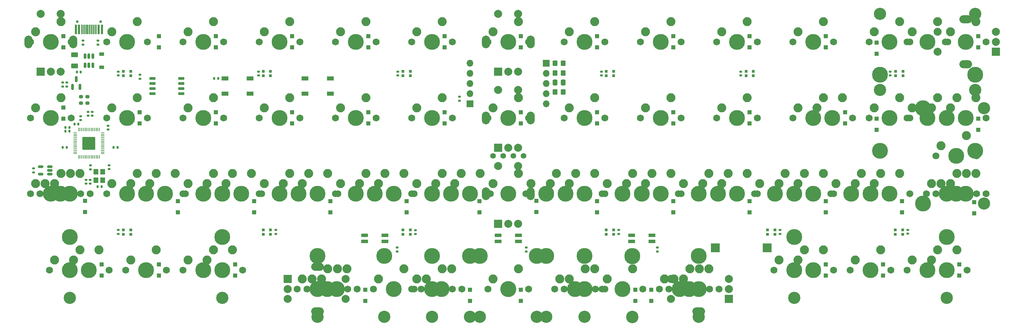
<source format=gbr>
%TF.GenerationSoftware,KiCad,Pcbnew,(6.0.11)*%
%TF.CreationDate,2023-07-16T00:11:03+02:00*%
%TF.ProjectId,alpha-curISO_routingv6,616c7068-612d-4637-9572-49534f5f726f,rev?*%
%TF.SameCoordinates,Original*%
%TF.FileFunction,Soldermask,Bot*%
%TF.FilePolarity,Negative*%
%FSLAX46Y46*%
G04 Gerber Fmt 4.6, Leading zero omitted, Abs format (unit mm)*
G04 Created by KiCad (PCBNEW (6.0.11)) date 2023-07-16 00:11:03*
%MOMM*%
%LPD*%
G01*
G04 APERTURE LIST*
G04 Aperture macros list*
%AMRoundRect*
0 Rectangle with rounded corners*
0 $1 Rounding radius*
0 $2 $3 $4 $5 $6 $7 $8 $9 X,Y pos of 4 corners*
0 Add a 4 corners polygon primitive as box body*
4,1,4,$2,$3,$4,$5,$6,$7,$8,$9,$2,$3,0*
0 Add four circle primitives for the rounded corners*
1,1,$1+$1,$2,$3*
1,1,$1+$1,$4,$5*
1,1,$1+$1,$6,$7*
1,1,$1+$1,$8,$9*
0 Add four rect primitives between the rounded corners*
20,1,$1+$1,$2,$3,$4,$5,0*
20,1,$1+$1,$4,$5,$6,$7,0*
20,1,$1+$1,$6,$7,$8,$9,0*
20,1,$1+$1,$8,$9,$2,$3,0*%
G04 Aperture macros list end*
%ADD10R,1.200000X0.900000*%
%ADD11C,1.750000*%
%ADD12C,3.987800*%
%ADD13C,2.250000*%
%ADD14O,2.000000X3.200000*%
%ADD15R,2.000000X2.000000*%
%ADD16C,2.000000*%
%ADD17C,3.048000*%
%ADD18O,3.200000X2.000000*%
%ADD19C,4.000000*%
%ADD20C,2.200000*%
%ADD21C,1.397000*%
%ADD22R,1.700000X1.700000*%
%ADD23O,1.700000X1.700000*%
%ADD24R,1.100000X1.100000*%
%ADD25R,1.700000X1.000000*%
%ADD26R,1.700000X0.820000*%
%ADD27RoundRect,0.205000X0.645000X0.205000X-0.645000X0.205000X-0.645000X-0.205000X0.645000X-0.205000X0*%
%ADD28RoundRect,0.135000X0.185000X-0.135000X0.185000X0.135000X-0.185000X0.135000X-0.185000X-0.135000X0*%
%ADD29R,0.700000X0.700000*%
%ADD30RoundRect,0.140000X0.170000X-0.140000X0.170000X0.140000X-0.170000X0.140000X-0.170000X-0.140000X0*%
%ADD31RoundRect,0.140000X-0.170000X0.140000X-0.170000X-0.140000X0.170000X-0.140000X0.170000X0.140000X0*%
%ADD32RoundRect,0.250000X-0.350000X-0.450000X0.350000X-0.450000X0.350000X0.450000X-0.350000X0.450000X0*%
%ADD33RoundRect,0.140000X0.140000X0.170000X-0.140000X0.170000X-0.140000X-0.170000X0.140000X-0.170000X0*%
%ADD34RoundRect,0.250000X0.337500X0.475000X-0.337500X0.475000X-0.337500X-0.475000X0.337500X-0.475000X0*%
%ADD35RoundRect,0.150000X0.512500X0.150000X-0.512500X0.150000X-0.512500X-0.150000X0.512500X-0.150000X0*%
%ADD36R,1.200000X1.400000*%
%ADD37RoundRect,0.150000X0.150000X-0.587500X0.150000X0.587500X-0.150000X0.587500X-0.150000X-0.587500X0*%
%ADD38RoundRect,0.140000X-0.140000X-0.170000X0.140000X-0.170000X0.140000X0.170000X-0.140000X0.170000X0*%
%ADD39RoundRect,0.135000X-0.185000X0.135000X-0.185000X-0.135000X0.185000X-0.135000X0.185000X0.135000X0*%
%ADD40RoundRect,0.200000X-0.275000X0.200000X-0.275000X-0.200000X0.275000X-0.200000X0.275000X0.200000X0*%
%ADD41RoundRect,0.135000X0.135000X0.185000X-0.135000X0.185000X-0.135000X-0.185000X0.135000X-0.185000X0*%
%ADD42RoundRect,0.150000X0.650000X0.150000X-0.650000X0.150000X-0.650000X-0.150000X0.650000X-0.150000X0*%
%ADD43RoundRect,0.150000X0.150000X-0.512500X0.150000X0.512500X-0.150000X0.512500X-0.150000X-0.512500X0*%
%ADD44RoundRect,0.250000X-0.625000X0.375000X-0.625000X-0.375000X0.625000X-0.375000X0.625000X0.375000X0*%
%ADD45C,0.650000*%
%ADD46R,0.600000X2.450000*%
%ADD47R,0.300000X2.450000*%
%ADD48R,2.300000X2.300000*%
%ADD49RoundRect,0.050000X0.387500X0.050000X-0.387500X0.050000X-0.387500X-0.050000X0.387500X-0.050000X0*%
%ADD50RoundRect,0.050000X0.050000X0.387500X-0.050000X0.387500X-0.050000X-0.387500X0.050000X-0.387500X0*%
%ADD51RoundRect,0.144000X1.456000X1.456000X-1.456000X1.456000X-1.456000X-1.456000X1.456000X-1.456000X0*%
%ADD52RoundRect,0.250000X0.350000X0.450000X-0.350000X0.450000X-0.350000X-0.450000X0.350000X-0.450000X0*%
G04 APERTURE END LIST*
D10*
%TO.C,D_PWR1*%
X46037500Y-65150000D03*
X46037500Y-61850000D03*
%TD*%
D11*
%TO.C,SW30(ortho)1*%
X95567500Y-96820487D03*
D12*
X90487500Y-96820487D03*
D11*
X85407500Y-96820487D03*
D13*
X86677500Y-94280487D03*
X93027500Y-91740487D03*
%TD*%
D11*
%TO.C,SW12*%
X247967500Y-58737500D03*
D12*
X242887500Y-58737500D03*
D11*
X237807500Y-58737500D03*
D13*
X239077500Y-56197500D03*
X245427500Y-53657500D03*
%TD*%
D12*
%TO.C,SW31(ortho)1*%
X109537500Y-96820487D03*
D11*
X114617500Y-96820487D03*
X104457500Y-96820487D03*
D13*
X105727500Y-94280487D03*
X112077500Y-91740487D03*
%TD*%
D11*
%TO.C,SW43(1.75)1*%
X136062566Y-120635521D03*
X125902566Y-120635521D03*
D12*
X130982566Y-120635521D03*
D13*
X127172566Y-118095521D03*
X133522566Y-115555521D03*
%TD*%
D11*
%TO.C,SW48*%
X243205000Y-115887500D03*
X233045000Y-115887500D03*
D12*
X238125000Y-115887500D03*
D13*
X234315000Y-113347500D03*
X240665000Y-110807500D03*
%TD*%
D11*
%TO.C,SW33(1.5stagger)1*%
X152082500Y-96820487D03*
D12*
X157162500Y-96820487D03*
D11*
X162242500Y-96820487D03*
D13*
X153352500Y-94280487D03*
X159702500Y-91740487D03*
%TD*%
D14*
%TO.C,SW_rotary3*%
X153237500Y-58737500D03*
X142037500Y-58737500D03*
D15*
X145137500Y-66237500D03*
D16*
X150137500Y-66237500D03*
X147637500Y-66237500D03*
X150137500Y-51737500D03*
X145137500Y-51737500D03*
%TD*%
D11*
%TO.C,SW42(3)1*%
X124142500Y-120650000D03*
X113982500Y-120650000D03*
D12*
X119062500Y-120650000D03*
D17*
X138112500Y-127635000D03*
D12*
X100012500Y-112395000D03*
X138112500Y-112395000D03*
D17*
X100012500Y-127635000D03*
D13*
X115252500Y-118110000D03*
X121602500Y-115570000D03*
%TD*%
D11*
%TO.C,SW32(ortho)1*%
X133667500Y-96820487D03*
X123507500Y-96820487D03*
D12*
X128587500Y-96820487D03*
D13*
X124777500Y-94280487D03*
X131127500Y-91740487D03*
%TD*%
D12*
%TO.C,SW42(1)1*%
X100012500Y-120650000D03*
D11*
X105092500Y-120650000D03*
X94932500Y-120650000D03*
D13*
X96202500Y-118110000D03*
X102552500Y-115570000D03*
%TD*%
D11*
%TO.C,SW34(1.5stagger)1*%
X171132500Y-96820487D03*
D12*
X176212500Y-96820487D03*
D11*
X181292500Y-96820487D03*
D13*
X172402500Y-94280487D03*
X178752500Y-91740487D03*
%TD*%
D11*
%TO.C,SW21*%
X171767500Y-77787500D03*
D12*
X166687500Y-77787500D03*
D11*
X161607500Y-77787500D03*
D13*
X162877500Y-75247500D03*
X169227500Y-72707500D03*
%TD*%
D12*
%TO.C,SW28*%
X57150000Y-96820487D03*
D11*
X52070000Y-96820487D03*
X62230000Y-96820487D03*
D13*
X53340000Y-94280487D03*
X59690000Y-91740487D03*
%TD*%
D12*
%TO.C,SW8*%
X166687500Y-58737500D03*
D11*
X161607500Y-58737500D03*
X171767500Y-58737500D03*
D13*
X162877500Y-56197500D03*
X169227500Y-53657500D03*
%TD*%
D11*
%TO.C,SW28(1.5stagger)1*%
X66992500Y-96820487D03*
D12*
X61912500Y-96820487D03*
D11*
X56832500Y-96820487D03*
D13*
X58102500Y-94280487D03*
X64452500Y-91740487D03*
%TD*%
D11*
%TO.C,SW46(1.5)1*%
X195580000Y-120650000D03*
D12*
X190500000Y-120650000D03*
D11*
X185420000Y-120650000D03*
D13*
X186690000Y-118110000D03*
X193040000Y-115570000D03*
%TD*%
D11*
%TO.C,SW23*%
X209867500Y-77787500D03*
X199707500Y-77787500D03*
D12*
X204787500Y-77787500D03*
D13*
X200977500Y-75247500D03*
X207327500Y-72707500D03*
%TD*%
D11*
%TO.C,SW36*%
X224155000Y-96820487D03*
D12*
X219075000Y-96820487D03*
D11*
X213995000Y-96820487D03*
D13*
X215265000Y-94280487D03*
X221615000Y-91740487D03*
%TD*%
D12*
%TO.C,SW12(2)1*%
X240506250Y-66992500D03*
X252412500Y-58737500D03*
X264318750Y-66992500D03*
D11*
X247332500Y-58737500D03*
D17*
X240506250Y-51752500D03*
D11*
X257492500Y-58737500D03*
D17*
X264318750Y-51752500D03*
D13*
X248602500Y-56197500D03*
X254952500Y-53657500D03*
%TD*%
D12*
%TO.C,SW15*%
X52387500Y-77787500D03*
D11*
X57467500Y-77787500D03*
X47307500Y-77787500D03*
D13*
X48577500Y-75247500D03*
X54927500Y-72707500D03*
%TD*%
D11*
%TO.C,SW50(ortho)1*%
X152717500Y-96820487D03*
D12*
X147637500Y-96820487D03*
D11*
X142557500Y-96820487D03*
D13*
X143827500Y-94280487D03*
X150177500Y-91740487D03*
%TD*%
D12*
%TO.C,SW39(1.5)1*%
X42862500Y-115887500D03*
D11*
X37782500Y-115887500D03*
X47942500Y-115887500D03*
D13*
X39052500Y-113347500D03*
X45402500Y-110807500D03*
%TD*%
D12*
%TO.C,SW6*%
X128587500Y-58737500D03*
D11*
X133667500Y-58737500D03*
X123507500Y-58737500D03*
D13*
X124777500Y-56197500D03*
X131127500Y-53657500D03*
%TD*%
D11*
%TO.C,SW31*%
X109220000Y-96820487D03*
D12*
X114300000Y-96820487D03*
D11*
X119380000Y-96820487D03*
D13*
X110490000Y-94280487D03*
X116840000Y-91740487D03*
%TD*%
D11*
%TO.C,SW37(1.5stagger)1*%
X238442500Y-96820487D03*
D12*
X233362500Y-96820487D03*
D11*
X228282500Y-96820487D03*
D13*
X229552500Y-94280487D03*
X235902500Y-91740487D03*
%TD*%
D11*
%TO.C,SW38(1.25)1*%
X254475000Y-96820487D03*
X264635000Y-96820487D03*
D12*
X259555000Y-96820487D03*
D13*
X255745000Y-94280487D03*
X262095000Y-91740487D03*
%TD*%
D11*
%TO.C,SW47*%
X213995000Y-115887500D03*
X224155000Y-115887500D03*
D12*
X219075000Y-115887500D03*
D13*
X215265000Y-113347500D03*
X221615000Y-110807500D03*
%TD*%
D11*
%TO.C,SW26(1.5)1*%
X252095000Y-77787500D03*
D12*
X257175000Y-77787500D03*
D11*
X262255000Y-77787500D03*
D13*
X253365000Y-75247500D03*
X259715000Y-72707500D03*
%TD*%
D11*
%TO.C,SW46(1)1*%
X200342500Y-120650000D03*
X190182500Y-120650000D03*
D12*
X195262500Y-120650000D03*
D13*
X191452500Y-118110000D03*
X197802500Y-115570000D03*
%TD*%
D12*
%TO.C,SW1*%
X33337500Y-58737500D03*
D11*
X38417500Y-58737500D03*
X28257500Y-58737500D03*
D13*
X29527500Y-56197500D03*
X35877500Y-53657500D03*
%TD*%
D12*
%TO.C,SW26(ISO)1*%
X259556250Y-87312500D03*
X251301250Y-99250500D03*
X251301250Y-75374500D03*
D11*
X254476250Y-87312500D03*
X264636250Y-87312500D03*
D17*
X266541250Y-75374500D03*
X266541250Y-99250500D03*
D13*
X255746250Y-84772500D03*
X262096250Y-82232500D03*
%TD*%
D11*
%TO.C,SW37(ortho)1*%
X247967500Y-96820487D03*
X237807500Y-96820487D03*
D12*
X242887500Y-96820487D03*
D13*
X239077500Y-94280487D03*
X245427500Y-91740487D03*
%TD*%
D11*
%TO.C,SW41(1.5)1*%
X76517500Y-115887500D03*
X66357500Y-115887500D03*
D12*
X71437500Y-115887500D03*
D13*
X67627500Y-113347500D03*
X73977500Y-110807500D03*
%TD*%
D12*
%TO.C,SW27(ortho)1*%
X33337500Y-96820487D03*
D11*
X38417500Y-96820487D03*
X28257500Y-96820487D03*
D13*
X29527500Y-94280487D03*
X35877500Y-91740487D03*
%TD*%
D12*
%TO.C,SW38(1.5)1*%
X257175000Y-96820487D03*
D11*
X262255000Y-96820487D03*
X252095000Y-96820487D03*
D13*
X253365000Y-94280487D03*
X259715000Y-91740487D03*
%TD*%
D18*
%TO.C,SW_rotary2*%
X261937500Y-53137500D03*
X261937500Y-64337500D03*
D15*
X269437500Y-61237500D03*
D16*
X269437500Y-56237500D03*
X269437500Y-58737500D03*
X254937500Y-56237500D03*
X254937500Y-61237500D03*
%TD*%
D18*
%TO.C,SW_rotary6*%
X195262500Y-126250000D03*
D15*
X202762500Y-123150000D03*
D16*
X202762500Y-118150000D03*
X202762500Y-120650000D03*
X188262500Y-118150000D03*
X188262500Y-123150000D03*
%TD*%
D11*
%TO.C,SW9*%
X180657500Y-58737500D03*
X190817500Y-58737500D03*
D12*
X185737500Y-58737500D03*
D13*
X181927500Y-56197500D03*
X188277500Y-53657500D03*
%TD*%
D12*
%TO.C,SW33*%
X161925000Y-96820487D03*
D11*
X156845000Y-96820487D03*
X167005000Y-96820487D03*
D13*
X158115000Y-94280487D03*
X164465000Y-91740487D03*
%TD*%
D11*
%TO.C,SW43(2)1*%
X133667500Y-120650000D03*
D17*
X116681250Y-127635000D03*
D11*
X123507500Y-120650000D03*
D12*
X116681250Y-112395000D03*
X128587500Y-120650000D03*
D17*
X140493750Y-127635000D03*
D12*
X140493750Y-112395000D03*
D13*
X124777500Y-118110000D03*
X131127500Y-115570000D03*
%TD*%
D19*
%TO.C,SW44(4)1*%
X147637500Y-120650000D03*
D12*
X178625500Y-112420400D03*
D17*
X116649500Y-127635000D03*
X178625500Y-127660400D03*
D12*
X116649500Y-112395000D03*
D20*
X143827500Y-118110000D03*
X150177500Y-115570000D03*
%TD*%
D11*
%TO.C,SW33(ortho)1*%
X171767500Y-96820487D03*
X161607500Y-96820487D03*
D12*
X166687500Y-96820487D03*
D13*
X162877500Y-94280487D03*
X169227500Y-91740487D03*
%TD*%
D12*
%TO.C,SW10*%
X204787500Y-58737500D03*
D11*
X199707500Y-58737500D03*
X209867500Y-58737500D03*
D13*
X200977500Y-56197500D03*
X207327500Y-53657500D03*
%TD*%
D12*
%TO.C,SW18*%
X109537500Y-77787500D03*
D11*
X114617500Y-77787500D03*
X104457500Y-77787500D03*
D13*
X105727500Y-75247500D03*
X112077500Y-72707500D03*
%TD*%
D11*
%TO.C,SW34(ortho)1*%
X180657500Y-96820487D03*
D12*
X185737500Y-96820487D03*
D11*
X190817500Y-96820487D03*
D13*
X181927500Y-94280487D03*
X188277500Y-91740487D03*
%TD*%
D12*
%TO.C,SW36(ortho)1*%
X223837500Y-96820487D03*
D11*
X218757500Y-96820487D03*
X228917500Y-96820487D03*
D13*
X220027500Y-94280487D03*
X226377500Y-91740487D03*
%TD*%
D18*
%TO.C,SW_rotary5*%
X100012500Y-126250000D03*
X100012500Y-115050000D03*
D15*
X92512500Y-118150000D03*
D16*
X92512500Y-123150000D03*
X92512500Y-120650000D03*
X107012500Y-123150000D03*
X107012500Y-118150000D03*
%TD*%
D11*
%TO.C,SW2*%
X47307500Y-58737500D03*
X57467500Y-58737500D03*
D12*
X52387500Y-58737500D03*
D13*
X48577500Y-56197500D03*
X54927500Y-53657500D03*
%TD*%
D12*
%TO.C,SW38(ortho)1*%
X261937500Y-96820487D03*
D11*
X256857500Y-96820487D03*
X267017500Y-96820487D03*
D13*
X258127500Y-94280487D03*
X264477500Y-91740487D03*
%TD*%
D12*
%TO.C,SW49(1.5)1*%
X252412500Y-115887500D03*
D11*
X257492500Y-115887500D03*
X247332500Y-115887500D03*
D13*
X248602500Y-113347500D03*
X254952500Y-110807500D03*
%TD*%
D11*
%TO.C,SW34*%
X175895000Y-96820487D03*
X186055000Y-96820487D03*
D12*
X180975000Y-96820487D03*
D13*
X177165000Y-94280487D03*
X183515000Y-91740487D03*
%TD*%
D11*
%TO.C,SW4*%
X85407500Y-58737500D03*
X95567500Y-58737500D03*
D12*
X90487500Y-58737500D03*
D13*
X86677500Y-56197500D03*
X93027500Y-53657500D03*
%TD*%
D11*
%TO.C,SW13*%
X267017500Y-58737500D03*
D12*
X261937500Y-58737500D03*
D11*
X256857500Y-58737500D03*
D13*
X258127500Y-56197500D03*
X264477500Y-53657500D03*
%TD*%
D11*
%TO.C,SW35(ortho)1*%
X199707500Y-96820487D03*
D12*
X204787500Y-96820487D03*
D11*
X209867500Y-96820487D03*
D13*
X200977500Y-94280487D03*
X207327500Y-91740487D03*
%TD*%
D11*
%TO.C,SW32*%
X138430000Y-96820487D03*
D12*
X133350000Y-96820487D03*
D11*
X128270000Y-96820487D03*
D13*
X129540000Y-94280487D03*
X135890000Y-91740487D03*
%TD*%
D12*
%TO.C,SW29(ortho)1*%
X71437500Y-96820487D03*
D11*
X76517500Y-96820487D03*
X66357500Y-96820487D03*
D13*
X67627500Y-94280487D03*
X73977500Y-91740487D03*
%TD*%
D12*
%TO.C,SW30(1.5stagger)1*%
X100012500Y-96820487D03*
D11*
X105092500Y-96820487D03*
X94932500Y-96820487D03*
D13*
X96202500Y-94280487D03*
X102552500Y-91740487D03*
%TD*%
D11*
%TO.C,SW29(1.5stagger)1*%
X86042500Y-96820487D03*
X75882500Y-96820487D03*
D12*
X80962500Y-96820487D03*
D13*
X77152500Y-94280487D03*
X83502500Y-91740487D03*
%TD*%
D11*
%TO.C,SW45(2)1*%
X161607500Y-120650000D03*
D17*
X154781250Y-127635000D03*
X178593750Y-127635000D03*
D12*
X166687500Y-120650000D03*
X178593750Y-112395000D03*
X154781250Y-112395000D03*
D11*
X171767500Y-120650000D03*
D13*
X162877500Y-118110000D03*
X169227500Y-115570000D03*
%TD*%
D12*
%TO.C,SW46(1.25)1*%
X192895066Y-120635521D03*
D11*
X197975066Y-120635521D03*
X187815066Y-120635521D03*
D13*
X189085066Y-118095521D03*
X195435066Y-115555521D03*
%TD*%
D21*
%TO.C,OL1*%
X143827500Y-87312500D03*
X146367500Y-87312500D03*
X148907500Y-87312500D03*
X151447500Y-87312500D03*
%TD*%
D11*
%TO.C,SW16*%
X66357500Y-77787500D03*
X76517500Y-77787500D03*
D12*
X71437500Y-77787500D03*
D13*
X67627500Y-75247500D03*
X73977500Y-72707500D03*
%TD*%
D11*
%TO.C,SW25*%
X247967500Y-77787500D03*
D12*
X242887500Y-77787500D03*
D11*
X237807500Y-77787500D03*
D13*
X239077500Y-75247500D03*
X245427500Y-72707500D03*
%TD*%
D12*
%TO.C,SW46(3)1*%
X157162500Y-112395000D03*
X195262500Y-112395000D03*
D17*
X195262500Y-127635000D03*
D11*
X171132500Y-120650000D03*
D17*
X157162500Y-127635000D03*
D11*
X181292500Y-120650000D03*
D12*
X176212500Y-120650000D03*
D13*
X172402500Y-118110000D03*
X178752500Y-115570000D03*
%TD*%
D11*
%TO.C,SW39*%
X33020000Y-115887500D03*
D12*
X38100000Y-115887500D03*
D11*
X43180000Y-115887500D03*
D13*
X34290000Y-113347500D03*
X40640000Y-110807500D03*
%TD*%
D11*
%TO.C,SW19*%
X123507500Y-77787500D03*
D12*
X128587500Y-77787500D03*
D11*
X133667500Y-77787500D03*
D13*
X124777500Y-75247500D03*
X131127500Y-72707500D03*
%TD*%
D22*
%TO.C,J2*%
X157162500Y-64135000D03*
D23*
X157162500Y-66675000D03*
X157162500Y-69215000D03*
X157162500Y-71755000D03*
X157162500Y-74295000D03*
%TD*%
D12*
%TO.C,SW44(6)1*%
X195262500Y-112395000D03*
X147637500Y-120650000D03*
X100012500Y-112395000D03*
D17*
X100012500Y-127635000D03*
D11*
X152717500Y-120650000D03*
X142557500Y-120650000D03*
D17*
X195262500Y-127635000D03*
D13*
X143827500Y-118110000D03*
X150177500Y-115570000D03*
%TD*%
D11*
%TO.C,SW35*%
X194945000Y-96820487D03*
D12*
X200025000Y-96820487D03*
D11*
X205105000Y-96820487D03*
D13*
X196215000Y-94280487D03*
X202565000Y-91740487D03*
%TD*%
D12*
%TO.C,SW37*%
X238125000Y-96820487D03*
D11*
X243205000Y-96820487D03*
X233045000Y-96820487D03*
D13*
X234315000Y-94280487D03*
X240665000Y-91740487D03*
%TD*%
D12*
%TO.C,SW20*%
X147637500Y-77787500D03*
D11*
X152717500Y-77787500D03*
X142557500Y-77787500D03*
D13*
X143827500Y-75247500D03*
X150177500Y-72707500D03*
%TD*%
D12*
%TO.C,SW11*%
X223837500Y-58737500D03*
D11*
X218757500Y-58737500D03*
X228917500Y-58737500D03*
D13*
X220027500Y-56197500D03*
X226377500Y-53657500D03*
%TD*%
D11*
%TO.C,SW24(1.5)1*%
X233680000Y-77787500D03*
D12*
X228600000Y-77787500D03*
D11*
X223520000Y-77787500D03*
D13*
X224790000Y-75247500D03*
X231140000Y-72707500D03*
%TD*%
D12*
%TO.C,SW7*%
X147637500Y-58737500D03*
D11*
X142557500Y-58737500D03*
X152717500Y-58737500D03*
D13*
X143827500Y-56197500D03*
X150177500Y-53657500D03*
%TD*%
D12*
%TO.C,SW40*%
X57150000Y-115887500D03*
D11*
X52070000Y-115887500D03*
X62230000Y-115887500D03*
D13*
X53340000Y-113347500D03*
X59690000Y-110807500D03*
%TD*%
D17*
%TO.C,SW26(2)1*%
X264318750Y-70802500D03*
D11*
X257492500Y-77787500D03*
X247332500Y-77787500D03*
D12*
X240506250Y-86042500D03*
D17*
X240506250Y-70802500D03*
D12*
X264318750Y-86042500D03*
X252412500Y-77787500D03*
D13*
X248602500Y-75247500D03*
X254952500Y-72707500D03*
%TD*%
D11*
%TO.C,SW48(3)1*%
X243205000Y-115887500D03*
X233045000Y-115887500D03*
D17*
X257175000Y-122872500D03*
D12*
X219075000Y-107632500D03*
X257175000Y-107632500D03*
D17*
X219075000Y-122872500D03*
D12*
X238125000Y-115887500D03*
D13*
X234315000Y-113347500D03*
X240665000Y-110807500D03*
%TD*%
D14*
%TO.C,SW_rotary1*%
X27737500Y-58737500D03*
X38937500Y-58737500D03*
D15*
X30837500Y-66237500D03*
D16*
X35837500Y-66237500D03*
X33337500Y-66237500D03*
X35837500Y-51737500D03*
X30837500Y-51737500D03*
%TD*%
D14*
%TO.C,SW_rotary4*%
X153237500Y-77787500D03*
X142037500Y-77787500D03*
D15*
X145137500Y-85287500D03*
D16*
X150137500Y-85287500D03*
X147637500Y-85287500D03*
X150137500Y-70787500D03*
X145137500Y-70787500D03*
%TD*%
D11*
%TO.C,SW36(1.5stagger)1*%
X209232500Y-96820487D03*
D12*
X214312500Y-96820487D03*
D11*
X219392500Y-96820487D03*
D13*
X210502500Y-94280487D03*
X216852500Y-91740487D03*
%TD*%
D11*
%TO.C,SW5*%
X104457500Y-58737500D03*
X114617500Y-58737500D03*
D12*
X109537500Y-58737500D03*
D13*
X105727500Y-56197500D03*
X112077500Y-53657500D03*
%TD*%
D17*
%TO.C,SW44(3)1*%
X166687500Y-127635000D03*
D12*
X147637500Y-120650000D03*
X128587500Y-112395000D03*
D17*
X128587500Y-127635000D03*
D11*
X142557500Y-120650000D03*
D12*
X166687500Y-112395000D03*
D11*
X152717500Y-120650000D03*
D13*
X143827500Y-118110000D03*
X150177500Y-115570000D03*
%TD*%
D14*
%TO.C,SW_rotary7*%
X153237500Y-96820487D03*
X142037500Y-96820487D03*
D15*
X145137500Y-104320487D03*
D16*
X150137500Y-104320487D03*
X147637500Y-104320487D03*
X150137500Y-89820487D03*
X145137500Y-89820487D03*
%TD*%
D11*
%TO.C,SW22*%
X190817500Y-77787500D03*
X180657500Y-77787500D03*
D12*
X185737500Y-77787500D03*
D13*
X181927500Y-75247500D03*
X188277500Y-72707500D03*
%TD*%
D11*
%TO.C,SW27(1.5)1*%
X33020000Y-96820487D03*
D12*
X38100000Y-96820487D03*
D11*
X43180000Y-96820487D03*
D13*
X34290000Y-94280487D03*
X40640000Y-91740487D03*
%TD*%
D11*
%TO.C,SW42(1.25)1*%
X97327566Y-120635521D03*
X107487566Y-120635521D03*
D12*
X102407566Y-120635521D03*
D13*
X98597566Y-118095521D03*
X104947566Y-115555521D03*
%TD*%
D11*
%TO.C,SW42(1.5)1*%
X109855000Y-120650000D03*
X99695000Y-120650000D03*
D12*
X104775000Y-120650000D03*
D13*
X100965000Y-118110000D03*
X107315000Y-115570000D03*
%TD*%
D11*
%TO.C,SW27(1.25)1*%
X30640000Y-96820487D03*
X40800000Y-96820487D03*
D12*
X35720000Y-96820487D03*
D13*
X31910000Y-94280487D03*
X38260000Y-91740487D03*
%TD*%
D12*
%TO.C,SW49*%
X257175000Y-115887500D03*
D11*
X252095000Y-115887500D03*
X262255000Y-115887500D03*
D13*
X253365000Y-113347500D03*
X259715000Y-110807500D03*
%TD*%
D12*
%TO.C,SW26*%
X261937500Y-77787500D03*
D11*
X256857500Y-77787500D03*
X267017500Y-77787500D03*
D13*
X258127500Y-75247500D03*
X264477500Y-72707500D03*
%TD*%
D12*
%TO.C,SW28(ortho)1*%
X52387500Y-96820487D03*
D11*
X47307500Y-96820487D03*
X57467500Y-96820487D03*
D13*
X48577500Y-94280487D03*
X54927500Y-91740487D03*
%TD*%
D11*
%TO.C,SW24*%
X218757500Y-77787500D03*
X228917500Y-77787500D03*
D12*
X223837500Y-77787500D03*
D13*
X220027500Y-75247500D03*
X226377500Y-72707500D03*
%TD*%
D11*
%TO.C,SW17*%
X95567500Y-77787500D03*
X85407500Y-77787500D03*
D12*
X90487500Y-77787500D03*
D13*
X86677500Y-75247500D03*
X93027500Y-72707500D03*
%TD*%
D12*
%TO.C,SW40(3)1*%
X76200000Y-107632500D03*
D11*
X62230000Y-115887500D03*
D17*
X76200000Y-122872500D03*
X38100000Y-122872500D03*
D12*
X57150000Y-115887500D03*
X38100000Y-107632500D03*
D11*
X52070000Y-115887500D03*
D13*
X53340000Y-113347500D03*
X59690000Y-110807500D03*
%TD*%
D11*
%TO.C,SW3*%
X76517500Y-58737500D03*
D12*
X71437500Y-58737500D03*
D11*
X66357500Y-58737500D03*
D13*
X67627500Y-56197500D03*
X73977500Y-53657500D03*
%TD*%
D11*
%TO.C,SW45(1.75)1*%
X169400066Y-120635521D03*
X159240066Y-120635521D03*
D12*
X164320066Y-120635521D03*
D13*
X160510066Y-118095521D03*
X166860066Y-115555521D03*
%TD*%
D12*
%TO.C,SW14*%
X33337500Y-77787500D03*
D11*
X38417500Y-77787500D03*
X28257500Y-77787500D03*
D13*
X29527500Y-75247500D03*
X35877500Y-72707500D03*
%TD*%
D11*
%TO.C,SW41*%
X81280000Y-115887500D03*
D12*
X76200000Y-115887500D03*
D11*
X71120000Y-115887500D03*
D13*
X72390000Y-113347500D03*
X78740000Y-110807500D03*
%TD*%
D11*
%TO.C,SW47(1.5)1*%
X228917500Y-115887500D03*
D12*
X223837500Y-115887500D03*
D11*
X218757500Y-115887500D03*
D13*
X220027500Y-113347500D03*
X226377500Y-110807500D03*
%TD*%
D11*
%TO.C,SW35(1.5stagger)1*%
X190182500Y-96820487D03*
D12*
X195262500Y-96820487D03*
D11*
X200342500Y-96820487D03*
D13*
X191452500Y-94280487D03*
X197802500Y-91740487D03*
%TD*%
D12*
%TO.C,SW30*%
X95250000Y-96820487D03*
D11*
X100330000Y-96820487D03*
X90170000Y-96820487D03*
D13*
X91440000Y-94280487D03*
X97790000Y-91740487D03*
%TD*%
D11*
%TO.C,SW32(1.5stagger)1*%
X143192500Y-96820487D03*
X133032500Y-96820487D03*
D12*
X138112500Y-96820487D03*
D13*
X134302500Y-94280487D03*
X140652500Y-91740487D03*
%TD*%
D11*
%TO.C,SW31(1.5stagger)1*%
X113982500Y-96820487D03*
X124142500Y-96820487D03*
D12*
X119062500Y-96820487D03*
D13*
X115252500Y-94280487D03*
X121602500Y-91740487D03*
%TD*%
D11*
%TO.C,SW29*%
X81280000Y-96820487D03*
X71120000Y-96820487D03*
D12*
X76200000Y-96820487D03*
D13*
X72390000Y-94280487D03*
X78740000Y-91740487D03*
%TD*%
D24*
%TO.C,D32*%
X188912500Y-79187500D03*
X188912500Y-76387500D03*
%TD*%
D25*
%TO.C,SW27*%
X83160000Y-71750000D03*
X76860000Y-71750000D03*
X83160000Y-67950000D03*
X76860000Y-67950000D03*
%TD*%
D26*
%TO.C,LED2*%
X150187500Y-108700000D03*
X150187500Y-107200000D03*
D27*
X145087500Y-107200000D03*
D26*
X145087500Y-108700000D03*
%TD*%
D24*
%TO.C,D2*%
X36512500Y-77981000D03*
X36512500Y-75181000D03*
%TD*%
D28*
%TO.C,R7*%
X43230800Y-90680000D03*
X43230800Y-89660000D03*
%TD*%
D29*
%TO.C,LED8*%
X244449000Y-67225000D03*
X244449000Y-66125000D03*
X246279000Y-66125000D03*
X246279000Y-67225000D03*
%TD*%
D30*
%TO.C,C22*%
X85217000Y-67155000D03*
X85217000Y-66195000D03*
%TD*%
D24*
%TO.C,D11*%
X84137500Y-101412500D03*
X84137500Y-98612500D03*
%TD*%
D31*
%TO.C,C2*%
X47904400Y-89639200D03*
X47904400Y-90599200D03*
%TD*%
D24*
%TO.C,D9*%
X74612500Y-60137500D03*
X74612500Y-57337500D03*
%TD*%
%TO.C,D50*%
X154686000Y-101349000D03*
X154686000Y-98549000D03*
%TD*%
%TO.C,D7*%
X65087500Y-101412500D03*
X65087500Y-98612500D03*
%TD*%
D29*
%TO.C,LED15*%
X88221288Y-105812500D03*
X88221288Y-106912500D03*
X86391288Y-106912500D03*
X86391288Y-105812500D03*
%TD*%
D25*
%TO.C,SW38*%
X96862500Y-67950000D03*
X103162500Y-67950000D03*
X103162500Y-71750000D03*
X96862500Y-71750000D03*
%TD*%
D30*
%TO.C,C10*%
X40792400Y-78331000D03*
X40792400Y-77371000D03*
%TD*%
D31*
%TO.C,C14*%
X42164000Y-93274000D03*
X42164000Y-94234000D03*
%TD*%
D24*
%TO.C,D24*%
X150812500Y-123637500D03*
X150812500Y-120837500D03*
%TD*%
D32*
%TO.C,UR1*%
X159337500Y-66516250D03*
X161337500Y-66516250D03*
%TD*%
D24*
%TO.C,D42*%
X239712500Y-61725000D03*
X239712500Y-58925000D03*
%TD*%
%TO.C,D44*%
X246062500Y-101412500D03*
X246062500Y-98612500D03*
%TD*%
D31*
%TO.C,C20*%
X50165000Y-105882500D03*
X50165000Y-106842500D03*
%TD*%
D30*
%TO.C,C21*%
X50165000Y-67155000D03*
X50165000Y-66195000D03*
%TD*%
D24*
%TO.C,D5*%
X60325000Y-60137500D03*
X60325000Y-57337500D03*
%TD*%
%TO.C,D23*%
X138112500Y-123637500D03*
X138112500Y-120837500D03*
%TD*%
%TO.C,D49*%
X260350000Y-117287500D03*
X260350000Y-114487500D03*
%TD*%
D33*
%TO.C,C1*%
X46003085Y-94996000D03*
X45043085Y-94996000D03*
%TD*%
D24*
%TO.C,D25*%
X150812500Y-60137500D03*
X150812500Y-57337500D03*
%TD*%
D30*
%TO.C,C5*%
X36290251Y-69918861D03*
X36290251Y-68958861D03*
%TD*%
D24*
%TO.C,D13*%
X93662500Y-60137500D03*
X93662500Y-57337500D03*
%TD*%
%TO.C,D39*%
X231775000Y-79187500D03*
X231775000Y-76387500D03*
%TD*%
D34*
%TO.C,C18*%
X161375000Y-68897500D03*
X159300000Y-68897500D03*
%TD*%
D30*
%TO.C,C19*%
X29006800Y-91412000D03*
X29006800Y-90452000D03*
%TD*%
D24*
%TO.C,D19*%
X111918750Y-123637500D03*
X111918750Y-120837500D03*
%TD*%
D29*
%TO.C,LED4*%
X86391288Y-67225000D03*
X86391288Y-66125000D03*
X88221288Y-66125000D03*
X88221288Y-67225000D03*
%TD*%
D35*
%TO.C,U5*%
X33090700Y-89982000D03*
X33090700Y-90932000D03*
X33090700Y-91882000D03*
X30815700Y-91882000D03*
X30815700Y-89982000D03*
%TD*%
D36*
%TO.C,Y1*%
X44629600Y-93439736D03*
X44629600Y-91239736D03*
X46329600Y-91239736D03*
X46329600Y-93439736D03*
%TD*%
D37*
%TO.C,U3*%
X40637500Y-69993750D03*
X38737500Y-69993750D03*
X39687500Y-68118750D03*
%TD*%
D33*
%TO.C,C16*%
X37973000Y-80175193D03*
X37013000Y-80175193D03*
%TD*%
D24*
%TO.C,D46*%
X265112500Y-60137500D03*
X265112500Y-57337500D03*
%TD*%
%TO.C,D21*%
X131762500Y-79187500D03*
X131762500Y-76387500D03*
%TD*%
D38*
%TO.C,C13*%
X49050000Y-85217000D03*
X50010000Y-85217000D03*
%TD*%
D31*
%TO.C,C29*%
X175260000Y-105882500D03*
X175260000Y-106842500D03*
%TD*%
D24*
%TO.C,D48*%
X264033000Y-101730000D03*
X264033000Y-98930000D03*
%TD*%
%TO.C,D40*%
X227012500Y-101412500D03*
X227012500Y-98612500D03*
%TD*%
%TO.C,D35*%
X207962500Y-60137500D03*
X207962500Y-57337500D03*
%TD*%
D29*
%TO.C,LED13*%
X173952500Y-105812500D03*
X173952500Y-106912500D03*
X172122500Y-106912500D03*
X172122500Y-105812500D03*
%TD*%
%TO.C,LED6*%
X172122500Y-67225000D03*
X172122500Y-66125000D03*
X173952500Y-66125000D03*
X173952500Y-67225000D03*
%TD*%
D24*
%TO.C,D26*%
X150812500Y-79187500D03*
X150812500Y-76387500D03*
%TD*%
D39*
%TO.C,R3*%
X135450520Y-72515000D03*
X135450520Y-73535000D03*
%TD*%
D24*
%TO.C,D22*%
X140462000Y-101412500D03*
X140462000Y-98612500D03*
%TD*%
%TO.C,D14*%
X93662500Y-79187500D03*
X93662500Y-76387500D03*
%TD*%
D26*
%TO.C,LED3*%
X183525000Y-108700000D03*
X183525000Y-107200000D03*
D27*
X178425000Y-107200000D03*
D26*
X178425000Y-108700000D03*
%TD*%
D32*
%TO.C,UR2*%
X159337500Y-64135000D03*
X161337500Y-64135000D03*
%TD*%
D33*
%TO.C,C7*%
X40231000Y-79375000D03*
X39271000Y-79375000D03*
%TD*%
D30*
%TO.C,C15*%
X42617467Y-77216643D03*
X42617467Y-76256643D03*
%TD*%
D40*
%TO.C,R2*%
X40859663Y-72463838D03*
X40859663Y-74113838D03*
%TD*%
D41*
%TO.C,R6*%
X75155499Y-67952227D03*
X74135499Y-67952227D03*
%TD*%
D24*
%TO.C,D36*%
X207962500Y-79187500D03*
X207962500Y-76387500D03*
%TD*%
%TO.C,D6*%
X55562500Y-79187500D03*
X55562500Y-76387500D03*
%TD*%
D42*
%TO.C,U2*%
X65957000Y-67945000D03*
X65957000Y-69215000D03*
X65957000Y-70485000D03*
X65957000Y-71755000D03*
X58757000Y-71755000D03*
X58757000Y-70485000D03*
X58757000Y-69215000D03*
X58757000Y-67945000D03*
%TD*%
D30*
%TO.C,C3*%
X55626000Y-67980500D03*
X55626000Y-67020500D03*
%TD*%
D33*
%TO.C,C8*%
X37973000Y-81114807D03*
X37013000Y-81114807D03*
%TD*%
D24*
%TO.C,D37*%
X207962500Y-101412500D03*
X207962500Y-98612500D03*
%TD*%
%TO.C,D38*%
X227012500Y-60137500D03*
X227012500Y-57337500D03*
%TD*%
D40*
%TO.C,R1*%
X42447163Y-72463838D03*
X42447163Y-74113838D03*
%TD*%
D24*
%TO.C,D31*%
X188912500Y-60137500D03*
X188912500Y-57337500D03*
%TD*%
D31*
%TO.C,C27*%
X247485799Y-105819000D03*
X247485799Y-106779000D03*
%TD*%
D24*
%TO.C,D47*%
X265112500Y-80775000D03*
X265112500Y-77975000D03*
%TD*%
D31*
%TO.C,C9*%
X43180000Y-93274000D03*
X43180000Y-94234000D03*
%TD*%
D24*
%TO.C,D20*%
X131762500Y-60137500D03*
X131762500Y-57337500D03*
%TD*%
D43*
%TO.C,U4*%
X43812500Y-64637500D03*
X42862500Y-64637500D03*
X41912500Y-64637500D03*
X41912500Y-62362500D03*
X42862500Y-62362500D03*
X43812500Y-62362500D03*
%TD*%
D44*
%TO.C,F1*%
X39243000Y-61973000D03*
X39243000Y-64773000D03*
%TD*%
D30*
%TO.C,C6*%
X37306250Y-69918861D03*
X37306250Y-68958861D03*
%TD*%
D24*
%TO.C,D17*%
X112712500Y-79187500D03*
X112712500Y-76387500D03*
%TD*%
D38*
%TO.C,C4*%
X39842500Y-66287306D03*
X40802500Y-66287306D03*
%TD*%
D29*
%TO.C,LED5*%
X121320676Y-67225000D03*
X121320676Y-66125000D03*
X123150676Y-66125000D03*
X123150676Y-67225000D03*
%TD*%
D30*
%TO.C,C24*%
X170942000Y-67155000D03*
X170942000Y-66195000D03*
%TD*%
D24*
%TO.C,D29*%
X169862500Y-101412500D03*
X169862500Y-98612500D03*
%TD*%
D29*
%TO.C,LED14*%
X123159832Y-105812500D03*
X123159832Y-106912500D03*
X121329832Y-106912500D03*
X121329832Y-105812500D03*
%TD*%
D24*
%TO.C,D8*%
X60325000Y-117287500D03*
X60325000Y-114487500D03*
%TD*%
D30*
%TO.C,C23*%
X120015000Y-67155000D03*
X120015000Y-66195000D03*
%TD*%
D29*
%TO.C,LED9*%
X246183750Y-105812500D03*
X246183750Y-106912500D03*
X244353750Y-106912500D03*
X244353750Y-105812500D03*
%TD*%
D31*
%TO.C,C26*%
X243078000Y-66195000D03*
X243078000Y-67155000D03*
%TD*%
D39*
%TO.C,R4*%
X41402000Y-58418000D03*
X41402000Y-59438000D03*
%TD*%
D45*
%TO.C,USB1*%
X39972500Y-53686838D03*
X45752500Y-53686838D03*
D46*
X39637500Y-55631838D03*
X40412500Y-55631838D03*
D47*
X41112500Y-55631838D03*
X41612500Y-55631838D03*
X42112500Y-55631838D03*
X42612500Y-55631838D03*
X43112500Y-55631838D03*
X43612500Y-55631838D03*
X44112500Y-55631838D03*
X44612500Y-55631838D03*
D46*
X45312500Y-55631838D03*
X46087500Y-55631838D03*
%TD*%
D24*
%TO.C,D41*%
X227012500Y-117287500D03*
X227012500Y-114487500D03*
%TD*%
%TO.C,D3*%
X41910000Y-101349000D03*
X41910000Y-98549000D03*
%TD*%
D39*
%TO.C,R5*%
X45085000Y-58418000D03*
X45085000Y-59438000D03*
%TD*%
D30*
%TO.C,C30*%
X124467332Y-106851933D03*
X124467332Y-105891933D03*
%TD*%
D29*
%TO.C,LED10*%
X53302500Y-105812500D03*
X53302500Y-106912500D03*
X51472500Y-106912500D03*
X51472500Y-105812500D03*
%TD*%
D26*
%TO.C,LED1*%
X116850000Y-108700000D03*
X116850000Y-107200000D03*
D27*
X111750000Y-107200000D03*
D26*
X111750000Y-108700000D03*
%TD*%
D31*
%TO.C,C28*%
X215582500Y-105860500D03*
X215582500Y-106820500D03*
%TD*%
D48*
%TO.C,LS1*%
X212367000Y-110363000D03*
X199367000Y-110363000D03*
%TD*%
D24*
%TO.C,D4*%
X46037500Y-117287500D03*
X46037500Y-114487500D03*
%TD*%
D29*
%TO.C,LED12*%
X214275000Y-105812500D03*
X214275000Y-106912500D03*
X212445000Y-106912500D03*
X212445000Y-105812500D03*
%TD*%
D31*
%TO.C,C31*%
X89528788Y-105860500D03*
X89528788Y-106820500D03*
%TD*%
%TO.C,C32*%
X119888000Y-110264000D03*
X119888000Y-111224000D03*
%TD*%
D24*
%TO.C,D1*%
X36512500Y-60137500D03*
X36512500Y-57337500D03*
%TD*%
D29*
%TO.C,LED7*%
X207041288Y-67225000D03*
X207041288Y-66125000D03*
X208871288Y-66125000D03*
X208871288Y-67225000D03*
%TD*%
D24*
%TO.C,D34*%
X183388000Y-123637500D03*
X183388000Y-120837500D03*
%TD*%
D33*
%TO.C,C11*%
X37310000Y-85150164D03*
X36350000Y-85150164D03*
%TD*%
D24*
%TO.C,D30*%
X179387500Y-123637500D03*
X179387500Y-120837500D03*
%TD*%
D30*
%TO.C,C12*%
X43633467Y-77216643D03*
X43633467Y-76256643D03*
%TD*%
D24*
%TO.C,D18*%
X122237500Y-101412500D03*
X122237500Y-98612500D03*
%TD*%
D31*
%TO.C,C34*%
X184912000Y-110264000D03*
X184912000Y-111224000D03*
%TD*%
D24*
%TO.C,D45*%
X241300000Y-117287500D03*
X241300000Y-114487500D03*
%TD*%
%TO.C,D33*%
X188912500Y-101412500D03*
X188912500Y-98612500D03*
%TD*%
%TO.C,D10*%
X74612500Y-79187500D03*
X74612500Y-76387500D03*
%TD*%
%TO.C,D27*%
X169862500Y-60137500D03*
X169862500Y-57337500D03*
%TD*%
D31*
%TO.C,C33*%
X152146000Y-110264000D03*
X152146000Y-111224000D03*
%TD*%
D24*
%TO.C,D12*%
X79375000Y-117287500D03*
X79375000Y-114487500D03*
%TD*%
%TO.C,D15*%
X103187500Y-101412500D03*
X103187500Y-98612500D03*
%TD*%
D49*
%TO.C,U1*%
X46300000Y-81538914D03*
X46300000Y-81938914D03*
X46300000Y-82338914D03*
X46300000Y-82738914D03*
X46300000Y-83138914D03*
X46300000Y-83538914D03*
X46300000Y-83938914D03*
X46300000Y-84338914D03*
X46300000Y-84738914D03*
X46300000Y-85138914D03*
X46300000Y-85538914D03*
X46300000Y-85938914D03*
X46300000Y-86338914D03*
X46300000Y-86738914D03*
D50*
X45462500Y-87576414D03*
X45062500Y-87576414D03*
X44662500Y-87576414D03*
X44262500Y-87576414D03*
X43862500Y-87576414D03*
X43462500Y-87576414D03*
X43062500Y-87576414D03*
X42662500Y-87576414D03*
X42262500Y-87576414D03*
X41862500Y-87576414D03*
X41462500Y-87576414D03*
X41062500Y-87576414D03*
X40662500Y-87576414D03*
X40262500Y-87576414D03*
D49*
X39425000Y-86738914D03*
X39425000Y-86338914D03*
X39425000Y-85938914D03*
X39425000Y-85538914D03*
X39425000Y-85138914D03*
X39425000Y-84738914D03*
X39425000Y-84338914D03*
X39425000Y-83938914D03*
X39425000Y-83538914D03*
X39425000Y-83138914D03*
X39425000Y-82738914D03*
X39425000Y-82338914D03*
X39425000Y-81938914D03*
X39425000Y-81538914D03*
D50*
X40262500Y-80701414D03*
X40662500Y-80701414D03*
X41062500Y-80701414D03*
X41462500Y-80701414D03*
X41862500Y-80701414D03*
X42262500Y-80701414D03*
X42662500Y-80701414D03*
X43062500Y-80701414D03*
X43462500Y-80701414D03*
X43862500Y-80701414D03*
X44262500Y-80701414D03*
X44662500Y-80701414D03*
X45062500Y-80701414D03*
X45462500Y-80701414D03*
D51*
X42862500Y-84138914D03*
%TD*%
D24*
%TO.C,D16*%
X112712500Y-60137500D03*
X112712500Y-57337500D03*
%TD*%
D22*
%TO.C,J1*%
X138074000Y-74265000D03*
D23*
X138074000Y-71725000D03*
X138074000Y-69185000D03*
X138074000Y-66645000D03*
X138074000Y-64105000D03*
%TD*%
D24*
%TO.C,D28*%
X169862500Y-79187500D03*
X169862500Y-76387500D03*
%TD*%
%TO.C,D43*%
X239712500Y-80775000D03*
X239712500Y-77975000D03*
%TD*%
D52*
%TO.C,UR3*%
X161337500Y-71278750D03*
X159337500Y-71278750D03*
%TD*%
D29*
%TO.C,LED11*%
X51472500Y-67225000D03*
X51472500Y-66125000D03*
X53302500Y-66125000D03*
X53302500Y-67225000D03*
%TD*%
D30*
%TO.C,C17*%
X47625000Y-80716000D03*
X47625000Y-79756000D03*
%TD*%
D31*
%TO.C,C25*%
X205740000Y-66195000D03*
X205740000Y-67155000D03*
%TD*%
M02*

</source>
